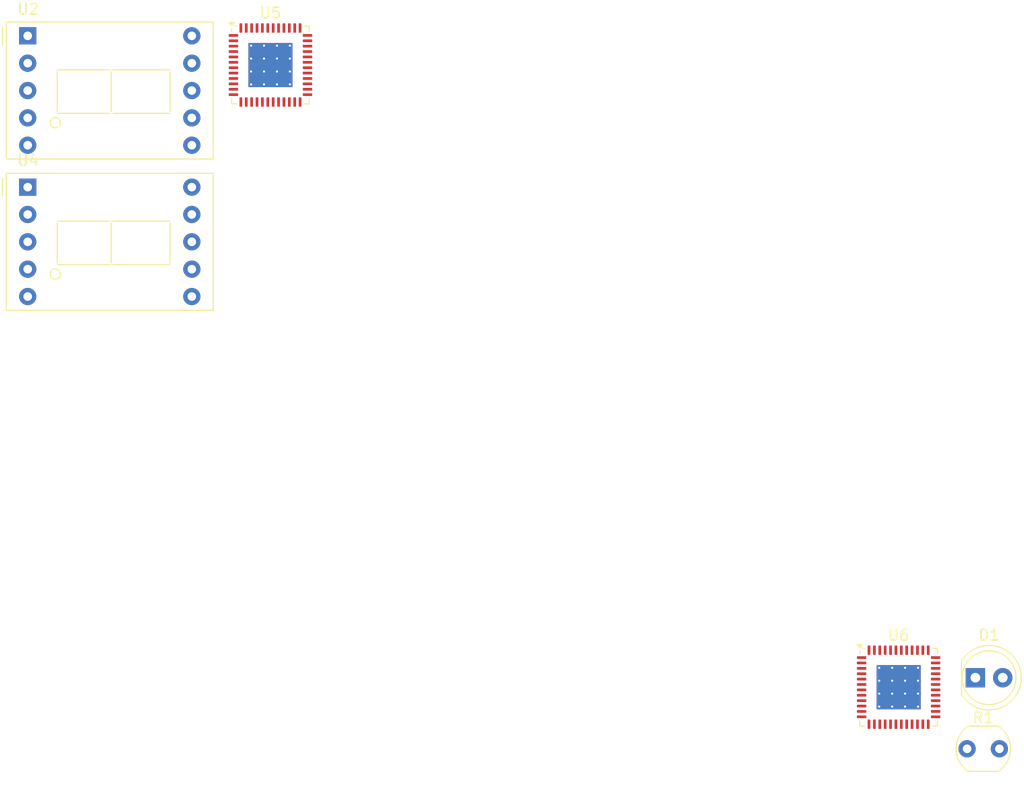
<source format=kicad_pcb>
(kicad_pcb (version 20240108) (generator "pcbnew") (generator_version "8.0")
  (layers (0 "F.Cu" signal) (31 "B.Cu" signal) (34 "B.Paste" user) (35 "F.Paste" user) (36 "B.SilkS" user "B.Silkscreen") (37 "F.SilkS" user "F.Silkscreen") (38 "B.Mask" user) (39 "F.Mask" user) (44 "Edge.Cuts" user))
  (net 0 "")
  (net 1 "Net-(U1-b)")
  (net 2 "GND")
  (net 3 "Net-(U1-c)")
  (net 4 "Net-(U1-g)")
  (net 6 "Net-(U1-a)")
  (net 7 "Net-(U1-f)")
  (net 8 "Net-(U1-d)")
  (net 9 "Net-(U1-e)")
  (net 10 "Net-(U3-e)")
  (net 11 "Net-(U3-d)")
  (net 12 "Net-(U3-f)")
  (net 13 "Net-(U3-a)")
  (net 14 "Net-(U3-b)")
  (net 15 "Net-(U3-g)")
  (net 16 "Net-(U3-c)")
  (net 19 "Net-(D1-A)")
  (net 21 "Net-(U5-DVCC-Pad22)")
  (net 23 "Net-(U1-D)")
  (net 25 "Net-(U3-B)")
  (net 34 "Net-(U3-D)")
  (net 39 "Net-(U5-AVCC_RF-Pad31)")
  (net 42 "Net-(U5-AVCC_RF-Pad27)")
  (net 43 "Net-(U3-A)")
  (net 48 "Net-(U1-B)")
  (net 50 "Net-(U3-C)")
  (net 55 "Net-(U1-A)")
  (net 58 "Net-(U1-C)")
  (net 63 "Net-(BZ1--)")
  (net 64 "Net-(U6-P1.1)")
  (net 65 "Net-(U6-VSS)")
  (net 66 "Net-(U1-VCC)")
  (net 74 "Net-(U6-AVCC_RF-Pad27)")
  (net 85 "Net-(BZ1-+)")
  (net 86 "Net-(U6-AVCC_RF-Pad31)")
  (footprint "Display_7Segment:D1X8K" (layer "F.Cu") (at 18.26 18.29)
    (property "Reference" "U2" (at 0.03 -2.48 0) (layer "F.SilkS"))
    (property "Value" "D168K")
    (fp_line (start -2.34 -0.8) (end -2.34 0.81) (stroke (width 0.12)) (layer "F.SilkS"))
    (fp_line (start -1.99 -1.28) (end -1.99 11.44) (stroke (width 0.12)) (layer "F.SilkS"))
    (fp_line (start 2.7438 3.3372) (end 2.7438 7.0202) (stroke (width 0.12)) (layer "F.SilkS"))
    (fp_line (start 7.646 3.1594) (end 2.7438 3.1594) (stroke (width 0.12)) (layer "F.SilkS"))
    (fp_line (start 7.646 7.198) (end 2.7438 7.198) (stroke (width 0.12)) (layer "F.SilkS"))
    (fp_line (start 7.7476 3.3372) (end 7.7476 7.0202) (stroke (width 0.12)) (layer "F.SilkS"))
    (fp_line (start 13.1832 3.1594) (end 7.8238 3.1594) (stroke (width 0.12)) (layer "F.SilkS"))
    (fp_line (start 13.1832 7.198) (end 7.8238 7.198) (stroke (width 0.12)) (layer "F.SilkS"))
    (fp_line (start 13.2086 3.3372) (end 13.2086 7.0202) (stroke (width 0.12)) (layer "F.SilkS"))
    (fp_line (start 17.23 -1.28) (end -1.99 -1.28) (stroke (width 0.12)) (layer "F.SilkS"))
    (fp_line (start 17.23 -1.28) (end 17.23 11.44) (stroke (width 0.12)) (layer "F.SilkS"))
    (fp_line (start 17.23 11.44) (end -1.99 11.44) (stroke (width 0.12)) (layer "F.SilkS"))
    (fp_circle (center 2.557533 8.07) (end 2.836933 7.689) (stroke (width 0.12)) (fill none) (layer "F.SilkS"))
    (pad "1" thru_hole rect (at 0 0 270) (size 1.6 1.6) (drill 0.8) (layers "*.Cu" "*.Mask") (net 9 "Net-(U1-e)"))
    (pad "2" thru_hole circle (at 0 2.54 270) (size 1.6 1.6) (drill 0.8) (layers "*.Cu" "*.Mask") (net 8 "Net-(U1-d)"))
    (pad "3" thru_hole circle (at 0 5.08 270) (size 1.6 1.6) (drill 0.8) (layers "*.Cu" "*.Mask") (net 2 "GND"))
    (pad "4" thru_hole circle (at 0 7.62 270) (size 1.6 1.6) (drill 0.8) (layers "*.Cu" "*.Mask") (net 3 "Net-(U1-c)"))
    (pad "5" thru_hole circle (at 0 10.16 270) (size 1.6 1.6) (drill 0.8) (layers "*.Cu" "*.Mask"))
    (pad "6" thru_hole circle (at 15.24 10.16 270) (size 1.6 1.6) (drill 0.8) (layers "*.Cu" "*.Mask") (net 1 "Net-(U1-b)"))
    (pad "7" thru_hole circle (at 15.24 7.62 270) (size 1.6 1.6) (drill 0.8) (layers "*.Cu" "*.Mask") (net 6 "Net-(U1-a)"))
    (pad "8" thru_hole circle (at 15.24 5.08 270) (size 1.6 1.6) (drill 0.8) (layers "*.Cu" "*.Mask") (net 2 "GND"))
    (pad "9" thru_hole circle (at 15.24 2.54 270) (size 1.6 1.6) (drill 0.8) (layers "*.Cu" "*.Mask") (net 7 "Net-(U1-f)"))
    (pad "10" thru_hole circle (at 15.24 0 270) (size 1.6 1.6) (drill 0.8) (layers "*.Cu" "*.Mask") (net 4 "Net-(U1-g)"))
  )
  (footprint "Package_DFN_QFN:VQFN-48-1EP_7x7mm_P0.5mm_EP4.1x4.1mm_ThermalVias" (layer "F.Cu") (at 99.14 78.78)
    (property "Reference" "U6" (at 0 -4.83 0) (layer "F.SilkS"))
    (property "Value" "CC430F5135xRGZ")
    (fp_line (start -3.61 -3.135) (end -3.61 -3.37) (stroke (width 0.12)) (layer "F.SilkS"))
    (fp_line (start -3.61 3.61) (end -3.61 3.135) (stroke (width 0.12)) (layer "F.SilkS"))
    (fp_line (start -3.135 -3.61) (end -3.31 -3.61) (stroke (width 0.12)) (layer "F.SilkS"))
    (fp_line (start -3.135 3.61) (end -3.61 3.61) (stroke (width 0.12)) (layer "F.SilkS"))
    (fp_line (start 3.135 -3.61) (end 3.61 -3.61) (stroke (width 0.12)) (layer "F.SilkS"))
    (fp_line (start 3.135 3.61) (end 3.61 3.61) (stroke (width 0.12)) (layer "F.SilkS"))
    (fp_line (start 3.61 -3.61) (end 3.61 -3.135) (stroke (width 0.12)) (layer "F.SilkS"))
    (fp_line (start 3.61 3.61) (end 3.61 3.135) (stroke (width 0.12)) (layer "F.SilkS"))
    (fp_poly (pts (xy -3.61 -3.61) (xy -3.85 -3.94) (xy -3.37 -3.94) (xy -3.61 -3.61)) (stroke (width 0.12)) (fill solid) (layer "F.SilkS"))
    (pad "1" smd roundrect (at -3.4375 -2.75) (size 0.875 0.25) (layers "F.Cu" "F.Paste" "F.Mask"))
    (pad "2" smd roundrect (at -3.4375 -2.25) (size 0.875 0.25) (layers "F.Cu" "F.Paste" "F.Mask") (net 85 "Net-(BZ1-+)"))
    (pad "3" smd roundrect (at -3.4375 -1.75) (size 0.875 0.25) (layers "F.Cu" "F.Paste" "F.Mask") (net 19 "Net-(D1-A)"))
    (pad "4" smd roundrect (at -3.4375 -1.25) (size 0.875 0.25) (layers "F.Cu" "F.Paste" "F.Mask"))
    (pad "5" smd roundrect (at -3.4375 -0.75) (size 0.875 0.25) (layers "F.Cu" "F.Paste" "F.Mask"))
    (pad "6" smd roundrect (at -3.4375 -0.25) (size 0.875 0.25) (layers "F.Cu" "F.Paste" "F.Mask"))
    (pad "7" smd roundrect (at -3.4375 0.25) (size 0.875 0.25) (layers "F.Cu" "F.Paste" "F.Mask"))
    (pad "8" smd roundrect (at -3.4375 0.75) (size 0.875 0.25) (layers "F.Cu" "F.Paste" "F.Mask") (net 63 "Net-(BZ1--)"))
    (pad "9" smd roundrect (at -3.4375 1.25) (size 0.875 0.25) (layers "F.Cu" "F.Paste" "F.Mask"))
    (pad "10" smd roundrect (at -3.4375 1.75) (size 0.875 0.25) (layers "F.Cu" "F.Paste" "F.Mask"))
    (pad "11" smd roundrect (at -3.4375 2.25) (size 0.875 0.25) (layers "F.Cu" "F.Paste" "F.Mask"))
    (pad "12" smd roundrect (at -3.4375 2.75) (size 0.875 0.25) (layers "F.Cu" "F.Paste" "F.Mask") (net 64 "Net-(U6-P1.1)"))
    (pad "13" smd roundrect (at -2.75 3.4375) (size 0.25 0.875) (layers "F.Cu" "F.Paste" "F.Mask"))
    (pad "14" smd roundrect (at -2.25 3.4375) (size 0.25 0.875) (layers "F.Cu" "F.Paste" "F.Mask"))
    (pad "15" smd roundrect (at -1.75 3.4375) (size 0.25 0.875) (layers "F.Cu" "F.Paste" "F.Mask"))
    (pad "16" smd roundrect (at -1.25 3.4375) (size 0.25 0.875) (layers "F.Cu" "F.Paste" "F.Mask"))
    (pad "17" smd roundrect (at -0.75 3.4375) (size 0.25 0.875) (layers "F.Cu" "F.Paste" "F.Mask"))
    (pad "18" smd roundrect (at -0.25 3.4375) (size 0.25 0.875) (layers "F.Cu" "F.Paste" "F.Mask"))
    (pad "19" smd roundrect (at 0.25 3.4375) (size 0.25 0.875) (layers "F.Cu" "F.Paste" "F.Mask"))
    (pad "20" smd roundrect (at 0.75 3.4375) (size 0.25 0.875) (layers "F.Cu" "F.Paste" "F.Mask"))
    (pad "21" smd roundrect (at 1.25 3.4375) (size 0.25 0.875) (layers "F.Cu" "F.Paste" "F.Mask"))
    (pad "22" smd roundrect (at 1.75 3.4375) (size 0.25 0.875) (layers "F.Cu" "F.Paste" "F.Mask") (net 63 "Net-(BZ1--)"))
    (pad "23" smd roundrect (at 2.25 3.4375) (size 0.25 0.875) (layers "F.Cu" "F.Paste" "F.Mask"))
    (pad "24" smd roundrect (at 2.75 3.4375) (size 0.25 0.875) (layers "F.Cu" "F.Paste" "F.Mask"))
    (pad "25" smd roundrect (at 3.4375 2.75) (size 0.875 0.25) (layers "F.Cu" "F.Paste" "F.Mask"))
    (pad "26" smd roundrect (at 3.4375 2.25) (size 0.875 0.25) (layers "F.Cu" "F.Paste" "F.Mask"))
    (pad "27" smd roundrect (at 3.4375 1.75) (size 0.875 0.25) (layers "F.Cu" "F.Paste" "F.Mask") (net 74 "Net-(U6-AVCC_RF-Pad27)"))
    (pad "28" smd roundrect (at 3.4375 1.25) (size 0.875 0.25) (layers "F.Cu" "F.Paste" "F.Mask") (net 74 "Net-(U6-AVCC_RF-Pad27)"))
    (pad "29" smd roundrect (at 3.4375 0.75) (size 0.875 0.25) (layers "F.Cu" "F.Paste" "F.Mask"))
    (pad "30" smd roundrect (at 3.4375 0.25) (size 0.875 0.25) (layers "F.Cu" "F.Paste" "F.Mask"))
    (pad "31" smd roundrect (at 3.4375 -0.25) (size 0.875 0.25) (layers "F.Cu" "F.Paste" "F.Mask") (net 86 "Net-(U6-AVCC_RF-Pad31)"))
    (pad "32" smd roundrect (at 3.4375 -0.75) (size 0.875 0.25) (layers "F.Cu" "F.Paste" "F.Mask") (net 86 "Net-(U6-AVCC_RF-Pad31)"))
    (pad "33" smd roundrect (at 3.4375 -1.25) (size 0.875 0.25) (layers "F.Cu" "F.Paste" "F.Mask"))
    (pad "34" smd roundrect (at 3.4375 -1.75) (size 0.875 0.25) (layers "F.Cu" "F.Paste" "F.Mask"))
    (pad "35" smd roundrect (at 3.4375 -2.25) (size 0.875 0.25) (layers "F.Cu" "F.Paste" "F.Mask"))
    (pad "36" smd roundrect (at 3.4375 -2.75) (size 0.875 0.25) (layers "F.Cu" "F.Paste" "F.Mask"))
    (pad "37" smd roundrect (at 2.75 -3.4375) (size 0.25 0.875) (layers "F.Cu" "F.Paste" "F.Mask"))
    (pad "38" smd roundrect (at 2.25 -3.4375) (size 0.25 0.875) (layers "F.Cu" "F.Paste" "F.Mask"))
    (pad "39" smd roundrect (at 1.75 -3.4375) (size 0.25 0.875) (layers "F.Cu" "F.Paste" "F.Mask"))
    (pad "40" smd roundrect (at 1.25 -3.4375) (size 0.25 0.875) (layers "F.Cu" "F.Paste" "F.Mask"))
    (pad "41" smd roundrect (at 0.75 -3.4375) (size 0.25 0.875) (layers "F.Cu" "F.Paste" "F.Mask") (net 63 "Net-(BZ1--)"))
    (pad "42" smd roundrect (at 0.25 -3.4375) (size 0.25 0.875) (layers "F.Cu" "F.Paste" "F.Mask"))
    (pad "43" smd roundrect (at -0.25 -3.4375) (size 0.25 0.875) (layers "F.Cu" "F.Paste" "F.Mask"))
    (pad "44" smd roundrect (at -0.75 -3.4375) (size 0.25 0.875) (layers "F.Cu" "F.Paste" "F.Mask"))
    (pad "45" smd roundrect (at -1.25 -3.4375) (size 0.25 0.875) (layers "F.Cu" "F.Paste" "F.Mask"))
    (pad "46" smd roundrect (at -1.75 -3.4375) (size 0.25 0.875) (layers "F.Cu" "F.Paste" "F.Mask"))
    (pad "47" smd roundrect (at -2.25 -3.4375) (size 0.25 0.875) (layers "F.Cu" "F.Paste" "F.Mask"))
    (pad "48" smd roundrect (at -2.75 -3.4375) (size 0.25 0.875) (layers "F.Cu" "F.Paste" "F.Mask"))
    (pad "49" thru_hole circle (at -1.8 -1.8) (size 0.5 0.5) (drill 0.2) (property pad_prop_heatsink) (layers "*.Cu") (net 65 "Net-(U6-VSS)"))
    (pad "49" thru_hole circle (at -1.8 -0.6) (size 0.5 0.5) (drill 0.2) (property pad_prop_heatsink) (layers "*.Cu") (net 65 "Net-(U6-VSS)"))
    (pad "49" thru_hole circle (at -1.8 0.6) (size 0.5 0.5) (drill 0.2) (property pad_prop_heatsink) (layers "*.Cu") (net 65 "Net-(U6-VSS)"))
    (pad "49" thru_hole circle (at -1.8 1.8) (size 0.5 0.5) (drill 0.2) (property pad_prop_heatsink) (layers "*.Cu") (net 65 "Net-(U6-VSS)"))
    (pad "49" thru_hole circle (at -0.6 -1.8) (size 0.5 0.5) (drill 0.2) (property pad_prop_heatsink) (layers "*.Cu") (net 65 "Net-(U6-VSS)"))
    (pad "49" thru_hole circle (at -0.6 -0.6) (size 0.5 0.5) (drill 0.2) (property pad_prop_heatsink) (layers "*.Cu") (net 65 "Net-(U6-VSS)"))
    (pad "49" thru_hole circle (at -0.6 0.6) (size 0.5 0.5) (drill 0.2) (property pad_prop_heatsink) (layers "*.Cu") (net 65 "Net-(U6-VSS)"))
    (pad "49" thru_hole circle (at -0.6 1.8) (size 0.5 0.5) (drill 0.2) (property pad_prop_heatsink) (layers "*.Cu") (net 65 "Net-(U6-VSS)"))
    (pad "49" smd rect (at 0 0) (size 4.1 4.1) (property pad_prop_heatsink) (layers "F.Cu" "F.Mask") (net 65 "Net-(U6-VSS)"))
    (pad "49" smd rect (at 0 0) (size 4.1 4.1) (property pad_prop_heatsink) (layers "B.Cu") (net 65 "Net-(U6-VSS)"))
    (pad "49" thru_hole circle (at 0.6 -1.8) (size 0.5 0.5) (drill 0.2) (property pad_prop_heatsink) (layers "*.Cu") (net 65 "Net-(U6-VSS)"))
    (pad "49" thru_hole circle (at 0.6 -0.6) (size 0.5 0.5) (drill 0.2) (property pad_prop_heatsink) (layers "*.Cu") (net 65 "Net-(U6-VSS)"))
    (pad "49" thru_hole circle (at 0.6 0.6) (size 0.5 0.5) (drill 0.2) (property pad_prop_heatsink) (layers "*.Cu") (net 65 "Net-(U6-VSS)"))
    (pad "49" thru_hole circle (at 0.6 1.8) (size 0.5 0.5) (drill 0.2) (property pad_prop_heatsink) (layers "*.Cu") (net 65 "Net-(U6-VSS)"))
    (pad "49" thru_hole circle (at 1.8 -1.8) (size 0.5 0.5) (drill 0.2) (property pad_prop_heatsink) (layers "*.Cu") (net 65 "Net-(U6-VSS)"))
    (pad "49" thru_hole circle (at 1.8 -0.6) (size 0.5 0.5) (drill 0.2) (property pad_prop_heatsink) (layers "*.Cu") (net 65 "Net-(U6-VSS)"))
    (pad "49" thru_hole circle (at 1.8 0.6) (size 0.5 0.5) (drill 0.2) (property pad_prop_heatsink) (layers "*.Cu") (net 65 "Net-(U6-VSS)"))
    (pad "49" thru_hole circle (at 1.8 1.8) (size 0.5 0.5) (drill 0.2) (property pad_prop_heatsink) (layers "*.Cu") (net 65 "Net-(U6-VSS)"))
  )
  (footprint "OptoDevice:R_LDR_5.0x4.1mm_P3mm_Vertical" (layer "F.Cu") (at 105.5 84.5)
    (property "Reference" "R1" (at 1.5 -2.9 0) (layer "F.SilkS"))
    (property "Value" "A9013")
    (fp_line (start 0.1 -2.1) (end 2.9 -2.1) (stroke (width 0.12)) (layer "F.SilkS"))
    (fp_line (start 0.1 2.1) (end 2.9 2.1) (stroke (width 0.12)) (layer "F.SilkS"))
    (fp_arc (start 0.1 2.1) (mid -1.023872 -0.008372) (end 0.113963 -2.109242) (stroke (width 0.12)) (layer "F.SilkS"))
    (fp_arc (start 2.9 -2.1) (mid 4.023872 0.008372) (end 2.886037 2.109242) (stroke (width 0.12)) (layer "F.SilkS"))
    (pad "1" thru_hole circle (at 0 0) (size 1.6 1.6) (drill 0.8) (layers "*.Cu" "*.Mask") (net 65 "Net-(U6-VSS)"))
    (pad "2" thru_hole circle (at 3 0) (size 1.6 1.6) (drill 0.8) (layers "*.Cu" "*.Mask") (net 64 "Net-(U6-P1.1)"))
  )
  (footprint "Display_7Segment:D1X8K" (layer "F.Cu") (at 18.26 32.34)
    (property "Reference" "U4" (at 0.03 -2.48 0) (layer "F.SilkS"))
    (property "Value" "D168K")
    (fp_line (start -2.34 -0.8) (end -2.34 0.81) (stroke (width 0.12)) (layer "F.SilkS"))
    (fp_line (start -1.99 -1.28) (end -1.99 11.44) (stroke (width 0.12)) (layer "F.SilkS"))
    (fp_line (start 2.7438 3.3372) (end 2.7438 7.0202) (stroke (width 0.12)) (layer "F.SilkS"))
    (fp_line (start 7.646 3.1594) (end 2.7438 3.1594) (stroke (width 0.12)) (layer "F.SilkS"))
    (fp_line (start 7.646 7.198) (end 2.7438 7.198) (stroke (width 0.12)) (layer "F.SilkS"))
    (fp_line (start 7.7476 3.3372) (end 7.7476 7.0202) (stroke (width 0.12)) (layer "F.SilkS"))
    (fp_line (start 13.1832 3.1594) (end 7.8238 3.1594) (stroke (width 0.12)) (layer "F.SilkS"))
    (fp_line (start 13.1832 7.198) (end 7.8238 7.198) (stroke (width 0.12)) (layer "F.SilkS"))
    (fp_line (start 13.2086 3.3372) (end 13.2086 7.0202) (stroke (width 0.12)) (layer "F.SilkS"))
    (fp_line (start 17.23 -1.28) (end -1.99 -1.28) (stroke (width 0.12)) (layer "F.SilkS"))
    (fp_line (start 17.23 -1.28) (end 17.23 11.44) (stroke (width 0.12)) (layer "F.SilkS"))
    (fp_line (start 17.23 11.44) (end -1.99 11.44) (stroke (width 0.12)) (layer "F.SilkS"))
    (fp_circle (center 2.557533 8.07) (end 2.836933 7.689) (stroke (width 0.12)) (fill none) (layer "F.SilkS"))
    (pad "1" thru_hole rect (at 0 0 270) (size 1.6 1.6) (drill 0.8) (layers "*.Cu" "*.Mask") (net 10 "Net-(U3-e)"))
    (pad "2" thru_hole circle (at 0 2.54 270) (size 1.6 1.6) (drill 0.8) (layers "*.Cu" "*.Mask") (net 11 "Net-(U3-d)"))
    (pad "3" thru_hole circle (at 0 5.08 270) (size 1.6 1.6) (drill 0.8) (layers "*.Cu" "*.Mask") (net 2 "GND"))
    (pad "4" thru_hole circle (at 0 7.62 270) (size 1.6 1.6) (drill 0.8) (layers "*.Cu" "*.Mask") (net 16 "Net-(U3-c)"))
    (pad "5" thru_hole circle (at 0 10.16 270) (size 1.6 1.6) (drill 0.8) (layers "*.Cu" "*.Mask"))
    (pad "6" thru_hole circle (at 15.24 10.16 270) (size 1.6 1.6) (drill 0.8) (layers "*.Cu" "*.Mask") (net 14 "Net-(U3-b)"))
    (pad "7" thru_hole circle (at 15.24 7.62 270) (size 1.6 1.6) (drill 0.8) (layers "*.Cu" "*.Mask") (net 13 "Net-(U3-a)"))
    (pad "8" thru_hole circle (at 15.24 5.08 270) (size 1.6 1.6) (drill 0.8) (layers "*.Cu" "*.Mask") (net 2 "GND"))
    (pad "9" thru_hole circle (at 15.24 2.54 270) (size 1.6 1.6) (drill 0.8) (layers "*.Cu" "*.Mask") (net 12 "Net-(U3-f)"))
    (pad "10" thru_hole circle (at 15.24 0 270) (size 1.6 1.6) (drill 0.8) (layers "*.Cu" "*.Mask") (net 15 "Net-(U3-g)"))
  )
  (footprint "Package_DFN_QFN:VQFN-48-1EP_7x7mm_P0.5mm_EP4.1x4.1mm_ThermalVias" (layer "F.Cu") (at 40.805 21)
    (property "Reference" "U5" (at 0 -4.83 0) (layer "F.SilkS"))
    (property "Value" "CC430F5135xRGZ")
    (fp_line (start -3.61 -3.135) (end -3.61 -3.37) (stroke (width 0.12)) (layer "F.SilkS"))
    (fp_line (start -3.61 3.61) (end -3.61 3.135) (stroke (width 0.12)) (layer "F.SilkS"))
    (fp_line (start -3.135 -3.61) (end -3.31 -3.61) (stroke (width 0.12)) (layer "F.SilkS"))
    (fp_line (start -3.135 3.61) (end -3.61 3.61) (stroke (width 0.12)) (layer "F.SilkS"))
    (fp_line (start 3.135 -3.61) (end 3.61 -3.61) (stroke (width 0.12)) (layer "F.SilkS"))
    (fp_line (start 3.135 3.61) (end 3.61 3.61) (stroke (width 0.12)) (layer "F.SilkS"))
    (fp_line (start 3.61 -3.61) (end 3.61 -3.135) (stroke (width 0.12)) (layer "F.SilkS"))
    (fp_line (start 3.61 3.61) (end 3.61 3.135) (stroke (width 0.12)) (layer "F.SilkS"))
    (fp_poly (pts (xy -3.61 -3.61) (xy -3.85 -3.94) (xy -3.37 -3.94) (xy -3.61 -3.61)) (stroke (width 0.12)) (fill solid) (layer "F.SilkS"))
    (pad "1" smd roundrect (at -3.4375 -2.75) (size 0.875 0.25) (layers "F.Cu" "F.Paste" "F.Mask"))
    (pad "2" smd roundrect (at -3.4375 -2.25) (size 0.875 0.25) (layers "F.Cu" "F.Paste" "F.Mask"))
    (pad "3" smd roundrect (at -3.4375 -1.75) (size 0.875 0.25) (layers "F.Cu" "F.Paste" "F.Mask"))
    (pad "4" smd roundrect (at -3.4375 -1.25) (size 0.875 0.25) (layers "F.Cu" "F.Paste" "F.Mask"))
    (pad "5" smd roundrect (at -3.4375 -0.75) (size 0.875 0.25) (layers "F.Cu" "F.Paste" "F.Mask"))
    (pad "6" smd roundrect (at -3.4375 -0.25) (size 0.875 0.25) (layers "F.Cu" "F.Paste" "F.Mask"))
    (pad "7" smd roundrect (at -3.4375 0.25) (size 0.875 0.25) (layers "F.Cu" "F.Paste" "F.Mask"))
    (pad "8" smd roundrect (at -3.4375 0.75) (size 0.875 0.25) (layers "F.Cu" "F.Paste" "F.Mask") (net 21 "Net-(U5-DVCC-Pad22)"))
    (pad "9" smd roundrect (at -3.4375 1.25) (size 0.875 0.25) (layers "F.Cu" "F.Paste" "F.Mask"))
    (pad "10" smd roundrect (at -3.4375 1.75) (size 0.875 0.25) (layers "F.Cu" "F.Paste" "F.Mask"))
    (pad "11" smd roundrect (at -3.4375 2.25) (size 0.875 0.25) (layers "F.Cu" "F.Paste" "F.Mask"))
    (pad "12" smd roundrect (at -3.4375 2.75) (size 0.875 0.25) (layers "F.Cu" "F.Paste" "F.Mask"))
    (pad "13" smd roundrect (at -2.75 3.4375) (size 0.25 0.875) (layers "F.Cu" "F.Paste" "F.Mask"))
    (pad "14" smd roundrect (at -2.25 3.4375) (size 0.25 0.875) (layers "F.Cu" "F.Paste" "F.Mask") (net 34 "Net-(U3-D)"))
    (pad "15" smd roundrect (at -1.75 3.4375) (size 0.25 0.875) (layers "F.Cu" "F.Paste" "F.Mask") (net 50 "Net-(U3-C)"))
    (pad "16" smd roundrect (at -1.25 3.4375) (size 0.25 0.875) (layers "F.Cu" "F.Paste" "F.Mask") (net 25 "Net-(U3-B)"))
    (pad "17" smd roundrect (at -0.75 3.4375) (size 0.25 0.875) (layers "F.Cu" "F.Paste" "F.Mask") (net 43 "Net-(U3-A)"))
    (pad "18" smd roundrect (at -0.25 3.4375) (size 0.25 0.875) (layers "F.Cu" "F.Paste" "F.Mask") (net 23 "Net-(U1-D)"))
    (pad "19" smd roundrect (at 0.25 3.4375) (size 0.25 0.875) (layers "F.Cu" "F.Paste" "F.Mask") (net 58 "Net-(U1-C)"))
    (pad "20" smd roundrect (at 0.75 3.4375) (size 0.25 0.875) (layers "F.Cu" "F.Paste" "F.Mask") (net 48 "Net-(U1-B)"))
    (pad "21" smd roundrect (at 1.25 3.4375) (size 0.25 0.875) (layers "F.Cu" "F.Paste" "F.Mask") (net 55 "Net-(U1-A)"))
    (pad "22" smd roundrect (at 1.75 3.4375) (size 0.25 0.875) (layers "F.Cu" "F.Paste" "F.Mask") (net 21 "Net-(U5-DVCC-Pad22)"))
    (pad "23" smd roundrect (at 2.25 3.4375) (size 0.25 0.875) (layers "F.Cu" "F.Paste" "F.Mask"))
    (pad "24" smd roundrect (at 2.75 3.4375) (size 0.25 0.875) (layers "F.Cu" "F.Paste" "F.Mask"))
    (pad "25" smd roundrect (at 3.4375 2.75) (size 0.875 0.25) (layers "F.Cu" "F.Paste" "F.Mask"))
    (pad "26" smd roundrect (at 3.4375 2.25) (size 0.875 0.25) (layers "F.Cu" "F.Paste" "F.Mask"))
    (pad "27" smd roundrect (at 3.4375 1.75) (size 0.875 0.25) (layers "F.Cu" "F.Paste" "F.Mask") (net 42 "Net-(U5-AVCC_RF-Pad27)"))
    (pad "28" smd roundrect (at 3.4375 1.25) (size 0.875 0.25) (layers "F.Cu" "F.Paste" "F.Mask") (net 42 "Net-(U5-AVCC_RF-Pad27)"))
    (pad "29" smd roundrect (at 3.4375 0.75) (size 0.875 0.25) (layers "F.Cu" "F.Paste" "F.Mask"))
    (pad "30" smd roundrect (at 3.4375 0.25) (size 0.875 0.25) (layers "F.Cu" "F.Paste" "F.Mask"))
    (pad "31" smd roundrect (at 3.4375 -0.25) (size 0.875 0.25) (layers "F.Cu" "F.Paste" "F.Mask") (net 39 "Net-(U5-AVCC_RF-Pad31)"))
    (pad "32" smd roundrect (at 3.4375 -0.75) (size 0.875 0.25) (layers "F.Cu" "F.Paste" "F.Mask") (net 39 "Net-(U5-AVCC_RF-Pad31)"))
    (pad "33" smd roundrect (at 3.4375 -1.25) (size 0.875 0.25) (layers "F.Cu" "F.Paste" "F.Mask"))
    (pad "34" smd roundrect (at 3.4375 -1.75) (size 0.875 0.25) (layers "F.Cu" "F.Paste" "F.Mask"))
    (pad "35" smd roundrect (at 3.4375 -2.25) (size 0.875 0.25) (layers "F.Cu" "F.Paste" "F.Mask"))
    (pad "36" smd roundrect (at 3.4375 -2.75) (size 0.875 0.25) (layers "F.Cu" "F.Paste" "F.Mask"))
    (pad "37" smd roundrect (at 2.75 -3.4375) (size 0.25 0.875) (layers "F.Cu" "F.Paste" "F.Mask"))
    (pad "38" smd roundrect (at 2.25 -3.4375) (size 0.25 0.875) (layers "F.Cu" "F.Paste" "F.Mask"))
    (pad "39" smd roundrect (at 1.75 -3.4375) (size 0.25 0.875) (layers "F.Cu" "F.Paste" "F.Mask"))
    (pad "40" smd roundrect (at 1.25 -3.4375) (size 0.25 0.875) (layers "F.Cu" "F.Paste" "F.Mask"))
    (pad "41" smd roundrect (at 0.75 -3.4375) (size 0.25 0.875) (layers "F.Cu" "F.Paste" "F.Mask") (net 21 "Net-(U5-DVCC-Pad22)"))
    (pad "42" smd roundrect (at 0.25 -3.4375) (size 0.25 0.875) (layers "F.Cu" "F.Paste" "F.Mask"))
    (pad "43" smd roundrect (at -0.25 -3.4375) (size 0.25 0.875) (layers "F.Cu" "F.Paste" "F.Mask"))
    (pad "44" smd roundrect (at -0.75 -3.4375) (size 0.25 0.875) (layers "F.Cu" "F.Paste" "F.Mask"))
    (pad "45" smd roundrect (at -1.25 -3.4375) (size 0.25 0.875) (layers "F.Cu" "F.Paste" "F.Mask"))
    (pad "46" smd roundrect (at -1.75 -3.4375) (size 0.25 0.875) (layers "F.Cu" "F.Paste" "F.Mask"))
    (pad "47" smd roundrect (at -2.25 -3.4375) (size 0.25 0.875) (layers "F.Cu" "F.Paste" "F.Mask"))
    (pad "48" smd roundrect (at -2.75 -3.4375) (size 0.25 0.875) (layers "F.Cu" "F.Paste" "F.Mask"))
    (pad "49" thru_hole circle (at -1.8 -1.8) (size 0.5 0.5) (drill 0.2) (property pad_prop_heatsink) (layers "*.Cu") (net 66 "Net-(U1-VCC)"))
    (pad "49" thru_hole circle (at -1.8 -0.6) (size 0.5 0.5) (drill 0.2) (property pad_prop_heatsink) (layers "*.Cu") (net 66 "Net-(U1-VCC)"))
    (pad "49" thru_hole circle (at -1.8 0.6) (size 0.5 0.5) (drill 0.2) (property pad_prop_heatsink) (layers "*.Cu") (net 66 "Net-(U1-VCC)"))
    (pad "49" thru_hole circle (at -1.8 1.8) (size 0.5 0.5) (drill 0.2) (property pad_prop_heatsink) (layers "*.Cu") (net 66 "Net-(U1-VCC)"))
    (pad "49" thru_hole circle (at -0.6 -1.8) (size 0.5 0.5) (drill 0.2) (property pad_prop_heatsink) (layers "*.Cu") (net 66 "Net-(U1-VCC)"))
    (pad "49" thru_hole circle (at -0.6 -0.6) (size 0.5 0.5) (drill 0.2) (property pad_prop_heatsink) (layers "*.Cu") (net 66 "Net-(U1-VCC)"))
    (pad "49" thru_hole circle (at -0.6 0.6) (size 0.5 0.5) (drill 0.2) (property pad_prop_heatsink) (layers "*.Cu") (net 66 "Net-(U1-VCC)"))
    (pad "49" thru_hole circle (at -0.6 1.8) (size 0.5 0.5) (drill 0.2) (property pad_prop_heatsink) (layers "*.Cu") (net 66 "Net-(U1-VCC)"))
    (pad "49" smd rect (at 0 0) (size 4.1 4.1) (property pad_prop_heatsink) (layers "F.Cu" "F.Mask") (net 66 "Net-(U1-VCC)"))
    (pad "49" smd rect (at 0 0) (size 4.1 4.1) (property pad_prop_heatsink) (layers "B.Cu") (net 66 "Net-(U1-VCC)"))
    (pad "49" thru_hole circle (at 0.6 -1.8) (size 0.5 0.5) (drill 0.2) (property pad_prop_heatsink) (layers "*.Cu") (net 66 "Net-(U1-VCC)"))
    (pad "49" thru_hole circle (at 0.6 -0.6) (size 0.5 0.5) (drill 0.2) (property pad_prop_heatsink) (layers "*.Cu") (net 66 "Net-(U1-VCC)"))
    (pad "49" thru_hole circle (at 0.6 0.6) (size 0.5 0.5) (drill 0.2) (property pad_prop_heatsink) (layers "*.Cu") (net 66 "Net-(U1-VCC)"))
    (pad "49" thru_hole circle (at 0.6 1.8) (size 0.5 0.5) (drill 0.2) (property pad_prop_heatsink) (layers "*.Cu") (net 66 "Net-(U1-VCC)"))
    (pad "49" thru_hole circle (at 1.8 -1.8) (size 0.5 0.5) (drill 0.2) (property pad_prop_heatsink) (layers "*.Cu") (net 66 "Net-(U1-VCC)"))
    (pad "49" thru_hole circle (at 1.8 -0.6) (size 0.5 0.5) (drill 0.2) (property pad_prop_heatsink) (layers "*.Cu") (net 66 "Net-(U1-VCC)"))
    (pad "49" thru_hole circle (at 1.8 0.6) (size 0.5 0.5) (drill 0.2) (property pad_prop_heatsink) (layers "*.Cu") (net 66 "Net-(U1-VCC)"))
    (pad "49" thru_hole circle (at 1.8 1.8) (size 0.5 0.5) (drill 0.2) (property pad_prop_heatsink) (layers "*.Cu") (net 66 "Net-(U1-VCC)"))
  )
  (footprint "LED_THT:LED_D5.0mm_IRGrey" (layer "F.Cu") (at 106.27 77.9)
    (property "Reference" "D1" (at 1.27 -3.96 0) (layer "F.SilkS"))
    (property "Value" "LD274")
    (fp_line (start -1.29 -1.545) (end -1.29 1.545) (stroke (width 0.12)) (layer "F.SilkS"))
    (fp_arc (start -1.29 -1.54483) (mid 2.072002 -2.880433) (end 4.26 0.000462) (stroke (width 0.12)) (layer "F.SilkS"))
    (fp_arc (start 4.26 -0.000462) (mid 2.072002 2.880433) (end -1.29 1.54483) (stroke (width 0.12)) (layer "F.SilkS"))
    (fp_circle (center 1.27 0) (end 3.77 0) (stroke (width 0.12)) (fill none) (layer "F.SilkS"))
    (pad "1" thru_hole rect (at 0 0) (size 1.8 1.8) (drill 0.9) (layers "*.Cu" "*.Mask") (net 63 "Net-(BZ1--)"))
    (pad "2" thru_hole circle (at 2.54 0) (size 1.8 1.8) (drill 0.9) (layers "*.Cu" "*.Mask") (net 19 "Net-(D1-A)"))
  )
)
</source>
